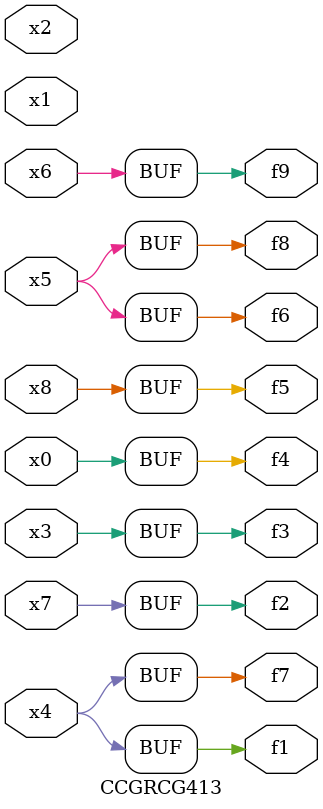
<source format=v>
module CCGRCG413(
	input x0, x1, x2, x3, x4, x5, x6, x7, x8,
	output f1, f2, f3, f4, f5, f6, f7, f8, f9
);
	assign f1 = x4;
	assign f2 = x7;
	assign f3 = x3;
	assign f4 = x0;
	assign f5 = x8;
	assign f6 = x5;
	assign f7 = x4;
	assign f8 = x5;
	assign f9 = x6;
endmodule

</source>
